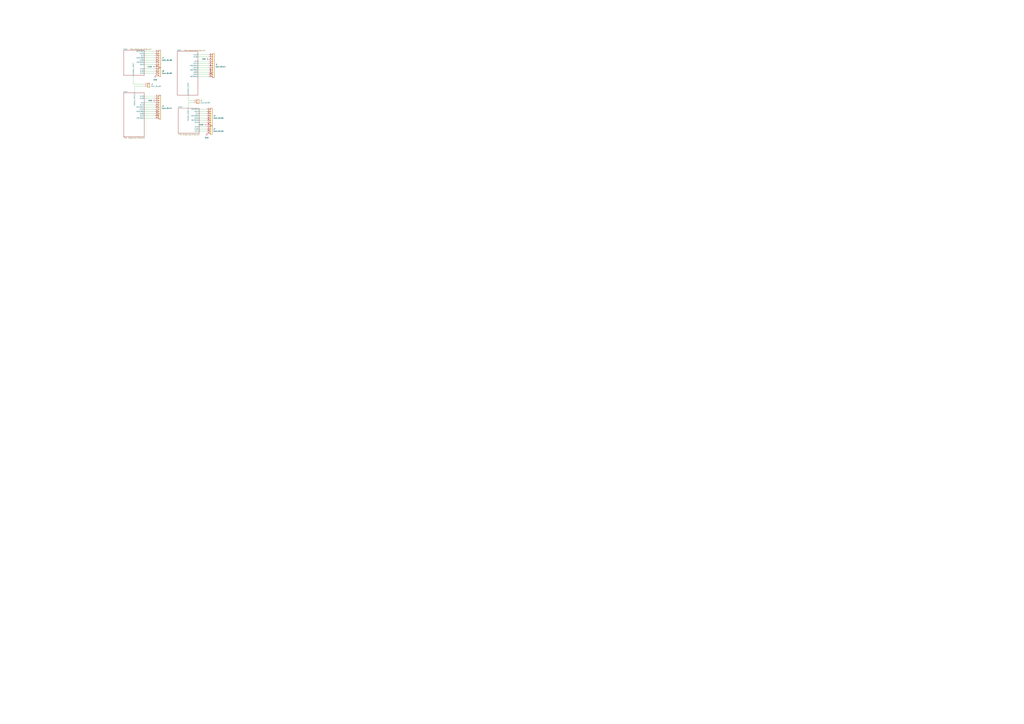
<source format=kicad_sch>
(kicad_sch (version 20250114) (generator "eeschema") (generator_version "9.0")
  (paper "A0")
  (lib_symbols
    (symbol "Conn_01x04_1" (pin_names (offset 1.016) (hide yes))
      (property "Reference" "J8" (at 2.54 0.0001 0))
      (property "Value" "Conn_01x03" (at 2.54 -2.5399 0))
      (symbol "Conn_01x04_1_1_1"
        (rectangle (start -1.27 3.81) (end 1.27 -6.35) (stroke (width 0.254)) (fill (type background)))
        (rectangle (start -1.27 2.667) (end 0 2.413) (stroke (width 0.1524)))
        (rectangle (start -1.27 0.127) (end 0 -0.127) (stroke (width 0.1524)))
        (rectangle (start -1.27 -2.413) (end 0 -2.667) (stroke (width 0.1524)))
        (rectangle (start -1.27 -4.953) (end 0 -5.207) (stroke (width 0.1524)))
        (pin passive line (at -5.08 2.54 0) (length 3.81) (name "Pin_1") (number "1"))
        (pin passive line (at -5.08 0 0) (length 3.81) (name "Pin_2") (number "2"))
        (pin passive line (at -5.08 -2.54 0) (length 3.81) (name "Pin_3") (number "3"))
        (pin power_out line (at -5.08 -5.08 0) (length 3.81) (name "Pin_4") (number "4"))
      )
    )
    (symbol "Conn_01x08_1" (pin_names (offset 1.016) (hide yes))
      (property "Reference" "J7" (at 2.54 0.0001 0))
      (property "Value" "Conn_01x06" (at 2.54 -2.5399 0))
      (symbol "Conn_01x08_1_1_1"
        (rectangle (start -1.27 8.89) (end 1.27 -11.43) (stroke (width 0.254)) (fill (type background)))
        (rectangle (start -1.27 7.747) (end 0 7.493) (stroke (width 0.1524)))
        (rectangle (start -1.27 5.207) (end 0 4.953) (stroke (width 0.1524)))
        (rectangle (start -1.27 2.667) (end 0 2.413) (stroke (width 0.1524)))
        (rectangle (start -1.27 0.127) (end 0 -0.127) (stroke (width 0.1524)))
        (rectangle (start -1.27 -2.413) (end 0 -2.667) (stroke (width 0.1524)))
        (rectangle (start -1.27 -4.953) (end 0 -5.207) (stroke (width 0.1524)))
        (rectangle (start -1.27 -7.493) (end 0 -7.747) (stroke (width 0.1524)))
        (rectangle (start -1.27 -10.033) (end 0 -10.287) (stroke (width 0.1524)))
        (pin passive line (at -5.08 7.62 0) (length 3.81) (name "Pin_1") (number "1"))
        (pin passive line (at -5.08 5.08 0) (length 3.81) (name "Pin_2") (number "2"))
        (pin power_out line (at -5.08 2.54 0) (length 3.81) (name "Pin_3") (number "3"))
        (pin passive line (at -5.08 0 0) (length 3.81) (name "Pin_4") (number "4"))
        (pin passive line (at -5.08 -2.54 0) (length 3.81) (name "Pin_5") (number "5"))
        (pin passive line (at -5.08 -5.08 0) (length 3.81) (name "Pin_6") (number "6"))
        (pin passive line (at -5.08 -7.62 0) (length 3.81) (name "Pin_7") (number "7"))
        (pin power_out line (at -5.08 -10.16 0) (length 3.81) (name "Pin_8") (number "8"))
      )
    )
    (symbol "Conn_01x11_1" (pin_names (offset 1.016) (hide yes))
      (property "Reference" "J1" (at 2.54 1.2701 0))
      (property "Value" "Conn_01x11" (at 2.54 -1.2699 0))
      (symbol "Conn_01x11_1_1_1"
        (rectangle (start -1.27 13.97) (end 1.27 -13.97) (stroke (width 0.254)) (fill (type background)))
        (rectangle (start -1.27 12.827) (end 0 12.573) (stroke (width 0.1524)))
        (rectangle (start -1.27 10.287) (end 0 10.033) (stroke (width 0.1524)))
        (rectangle (start -1.27 7.747) (end 0 7.493) (stroke (width 0.1524)))
        (rectangle (start -1.27 5.207) (end 0 4.953) (stroke (width 0.1524)))
        (rectangle (start -1.27 2.667) (end 0 2.413) (stroke (width 0.1524)))
        (rectangle (start -1.27 0.127) (end 0 -0.127) (stroke (width 0.1524)))
        (rectangle (start -1.27 -2.413) (end 0 -2.667) (stroke (width 0.1524)))
        (rectangle (start -1.27 -4.953) (end 0 -5.207) (stroke (width 0.1524)))
        (rectangle (start -1.27 -7.493) (end 0 -7.747) (stroke (width 0.1524)))
        (rectangle (start -1.27 -10.033) (end 0 -10.287) (stroke (width 0.1524)))
        (rectangle (start -1.27 -12.573) (end 0 -12.827) (stroke (width 0.1524)))
        (pin passive line (at -5.08 12.7 0) (length 3.81) (name "Pin_1") (number "1"))
        (pin passive line (at -5.08 10.16 0) (length 3.81) (name "Pin_2") (number "2"))
        (pin passive line (at -5.08 7.62 0) (length 3.81) (name "Pin_3") (number "3"))
        (pin power_out line (at -5.08 5.08 0) (length 3.81) (name "Pin_4") (number "4"))
        (pin passive line (at -5.08 2.54 0) (length 3.81) (name "Pin_5") (number "5"))
        (pin passive line (at -5.08 0 0) (length 3.81) (name "Pin_6") (number "6"))
        (pin passive line (at -5.08 -2.54 0) (length 3.81) (name "Pin_7") (number "7"))
        (pin passive line (at -5.08 -5.08 0) (length 3.81) (name "Pin_8") (number "8"))
        (pin passive line (at -5.08 -7.62 0) (length 3.81) (name "Pin_9") (number "9"))
        (pin passive line (at -5.08 -10.16 0) (length 3.81) (name "Pin_10") (number "10"))
        (pin passive line (at -5.08 -12.7 0) (length 3.81) (name "Pin_11") (number "11"))
      )
    )
    (symbol "Connector_Generic:Conn_01x02" (pin_names (offset 1.016) (hide yes))
      (property "Reference" "J" (at 0 2.54 0))
      (property "Value" "Conn_01x02" (at 0 -5.08 0))
      (symbol "Conn_01x02_1_1"
        (rectangle (start -1.27 1.27) (end 1.27 -3.81) (stroke (width 0.254)) (fill (type background)))
        (rectangle (start -1.27 0.127) (end 0 -0.127) (stroke (width 0.1524)))
        (rectangle (start -1.27 -2.413) (end 0 -2.667) (stroke (width 0.1524)))
        (pin passive line (at -5.08 0 0) (length 3.81) (name "Pin_1") (number "1"))
        (pin passive line (at -5.08 -2.54 0) (length 3.81) (name "Pin_2") (number "2"))
      )
    )
    (symbol "Connector_Generic:Conn_01x04" (pin_names (offset 1.016) (hide yes))
      (property "Reference" "J" (at 0 5.08 0))
      (property "Value" "Conn_01x04" (at 0 -7.62 0))
      (symbol "Conn_01x04_1_1"
        (rectangle (start -1.27 3.81) (end 1.27 -6.35) (stroke (width 0.254)) (fill (type background)))
        (rectangle (start -1.27 2.667) (end 0 2.413) (stroke (width 0.1524)))
        (rectangle (start -1.27 0.127) (end 0 -0.127) (stroke (width 0.1524)))
        (rectangle (start -1.27 -2.413) (end 0 -2.667) (stroke (width 0.1524)))
        (rectangle (start -1.27 -4.953) (end 0 -5.207) (stroke (width 0.1524)))
        (pin passive line (at -5.08 2.54 0) (length 3.81) (name "Pin_1") (number "1"))
        (pin passive line (at -5.08 0 0) (length 3.81) (name "Pin_2") (number "2"))
        (pin passive line (at -5.08 -2.54 0) (length 3.81) (name "Pin_3") (number "3"))
        (pin passive line (at -5.08 -5.08 0) (length 3.81) (name "Pin_4") (number "4"))
      )
    )
    (symbol "Connector_Generic:Conn_01x08" (pin_names (offset 1.016) (hide yes))
      (property "Reference" "J3" (at 2.54 0.0001 0))
      (property "Value" "Conn_01x06" (at 2.54 -2.5399 0))
      (symbol "Conn_01x08_1_1"
        (rectangle (start -1.27 8.89) (end 1.27 -11.43) (stroke (width 0.254)) (fill (type background)))
        (rectangle (start -1.27 7.747) (end 0 7.493) (stroke (width 0.1524)))
        (rectangle (start -1.27 5.207) (end 0 4.953) (stroke (width 0.1524)))
        (rectangle (start -1.27 2.667) (end 0 2.413) (stroke (width 0.1524)))
        (rectangle (start -1.27 0.127) (end 0 -0.127) (stroke (width 0.1524)))
        (rectangle (start -1.27 -2.413) (end 0 -2.667) (stroke (width 0.1524)))
        (rectangle (start -1.27 -4.953) (end 0 -5.207) (stroke (width 0.1524)))
        (rectangle (start -1.27 -7.493) (end 0 -7.747) (stroke (width 0.1524)))
        (rectangle (start -1.27 -10.033) (end 0 -10.287) (stroke (width 0.1524)))
        (pin passive line (at -5.08 7.62 0) (length 3.81) (name "Pin_1") (number "1"))
        (pin passive line (at -5.08 5.08 0) (length 3.81) (name "Pin_2") (number "2"))
        (pin power_out line (at -5.08 2.54 0) (length 3.81) (name "Pin_3") (number "3"))
        (pin passive line (at -5.08 0 0) (length 3.81) (name "Pin_4") (number "4"))
        (pin passive line (at -5.08 -2.54 0) (length 3.81) (name "Pin_5") (number "5"))
        (pin passive line (at -5.08 -5.08 0) (length 3.81) (name "Pin_6") (number "6"))
        (pin passive line (at -5.08 -7.62 0) (length 3.81) (name "Pin_7") (number "7"))
        (pin passive line (at -5.08 -10.16 0) (length 3.81) (name "Pin_8") (number "8"))
      )
    )
    (symbol "Connector_Generic:Conn_01x11" (pin_names (offset 1.016) (hide yes))
      (property "Reference" "J4" (at 2.54 1.2701 0))
      (property "Value" "Conn_01x11" (at 2.54 -1.2699 0))
      (symbol "Conn_01x11_1_1"
        (rectangle (start -1.27 13.97) (end 1.27 -13.97) (stroke (width 0.254)) (fill (type background)))
        (rectangle (start -1.27 12.827) (end 0 12.573) (stroke (width 0.1524)))
        (rectangle (start -1.27 10.287) (end 0 10.033) (stroke (width 0.1524)))
        (rectangle (start -1.27 7.747) (end 0 7.493) (stroke (width 0.1524)))
        (rectangle (start -1.27 5.207) (end 0 4.953) (stroke (width 0.1524)))
        (rectangle (start -1.27 2.667) (end 0 2.413) (stroke (width 0.1524)))
        (rectangle (start -1.27 0.127) (end 0 -0.127) (stroke (width 0.1524)))
        (rectangle (start -1.27 -2.413) (end 0 -2.667) (stroke (width 0.1524)))
        (rectangle (start -1.27 -4.953) (end 0 -5.207) (stroke (width 0.1524)))
        (rectangle (start -1.27 -7.493) (end 0 -7.747) (stroke (width 0.1524)))
        (rectangle (start -1.27 -10.033) (end 0 -10.287) (stroke (width 0.1524)))
        (rectangle (start -1.27 -12.573) (end 0 -12.827) (stroke (width 0.1524)))
        (pin passive line (at -5.08 12.7 0) (length 3.81) (name "Pin_1") (number "1"))
        (pin passive line (at -5.08 10.16 0) (length 3.81) (name "Pin_2") (number "2"))
        (pin passive line (at -5.08 7.62 0) (length 3.81) (name "Pin_3") (number "3"))
        (pin power_out line (at -5.08 5.08 0) (length 3.81) (name "Pin_4") (number "4"))
        (pin passive line (at -5.08 2.54 0) (length 3.81) (name "Pin_5") (number "5"))
        (pin passive line (at -5.08 0 0) (length 3.81) (name "Pin_6") (number "6"))
        (pin passive line (at -5.08 -2.54 0) (length 3.81) (name "Pin_7") (number "7"))
        (pin passive line (at -5.08 -5.08 0) (length 3.81) (name "Pin_8") (number "8"))
        (pin passive line (at -5.08 -7.62 0) (length 3.81) (name "Pin_9") (number "9"))
        (pin passive line (at -5.08 -10.16 0) (length 3.81) (name "Pin_10") (number "10"))
        (pin passive line (at -5.08 -12.7 0) (length 3.81) (name "Pin_11") (number "11"))
      )
    )
    (symbol "power:+3.3V" (power) (pin_numbers (hide yes)) (pin_names (offset 0) (hide yes))
      (property "Value" "+3.3V" (at 0 3.556 0))
      (symbol "+3.3V_0_1"
        (polyline (pts (xy -0.762 1.27) (xy 0 2.54)))
        (polyline (pts (xy 0 2.54) (xy 0.762 1.27)))
        (polyline (pts (xy 0 0) (xy 0 2.54)))
      )
      (symbol "+3.3V_1_1"
        (pin power_in line (at 0 0 90) (length 0) (name "~") (number "1"))
      )
    )
    (symbol "power:GND" (power) (pin_numbers (hide yes)) (pin_names (offset 0) (hide yes))
      (property "Value" "GND" (at 0 -3.81 0))
      (symbol "GND_0_1"
        (polyline (pts (xy 0 0) (xy 0 -1.27) (xy 1.27 -1.27) (xy 0 -2.54) (xy -1.27 -1.27) (xy 0 -1.27)))
      )
      (symbol "GND_1_1"
        (pin power_in line (at 0 0 270) (length 0) (name "~") (number "1"))
      )
    )
  )
  (wire (pts (xy 218.44 110.49) (xy 218.44 116.84)))
  (wire (pts (xy 218.44 119.38) (xy 218.44 125.73)))
  (wire (pts (xy 229.87 73.66) (xy 242.57 73.66)))
  (wire (pts (xy 231.14 137.16) (xy 240.03 137.16)))
  (wire (pts (xy 231.14 129.54) (xy 240.03 129.54)))
  (wire (pts (xy 167.64 121.92) (xy 180.34 121.92)))
  (wire (pts (xy 167.64 69.85) (xy 180.34 69.85)))
  (wire (pts (xy 167.64 74.93) (xy 180.34 74.93)))
  (wire (pts (xy 224.79 119.38) (xy 218.44 119.38)))
  (wire (pts (xy 167.64 82.55) (xy 180.34 82.55)))
  (wire (pts (xy 167.64 124.46) (xy 180.34 124.46)))
  (wire (pts (xy 167.64 137.16) (xy 180.34 137.16)))
  (wire (pts (xy 231.14 127) (xy 240.03 127)))
  (wire (pts (xy 218.44 116.84) (xy 224.79 116.84)))
  (wire (pts (xy 167.64 132.08) (xy 180.34 132.08)))
  (wire (pts (xy 167.64 59.69) (xy 180.34 59.69)))
  (wire (pts (xy 154.94 97.79) (xy 167.64 97.79)))
  (wire (pts (xy 167.64 85.09) (xy 180.34 85.09)))
  (wire (pts (xy 229.87 86.36) (xy 242.57 86.36)))
  (wire (pts (xy 167.64 111.76) (xy 180.34 111.76)))
  (wire (pts (xy 154.94 87.63) (xy 154.94 97.79)))
  (wire (pts (xy 231.14 134.62) (xy 240.03 134.62)))
  (wire (pts (xy 167.64 114.3) (xy 180.34 114.3)))
  (wire (pts (xy 231.14 147.32) (xy 240.03 147.32)))
  (wire (pts (xy 167.64 100.33) (xy 156.21 100.33)))
  (wire (pts (xy 229.87 83.82) (xy 242.57 83.82)))
  (wire (pts (xy 231.14 149.86) (xy 240.03 149.86)))
  (wire (pts (xy 229.87 81.28) (xy 242.57 81.28)))
  (wire (pts (xy 229.87 78.74) (xy 242.57 78.74)))
  (wire (pts (xy 229.87 76.2) (xy 242.57 76.2)))
  (wire (pts (xy 231.14 152.4) (xy 240.03 152.4)))
  (wire (pts (xy 231.14 142.24) (xy 240.03 142.24)))
  (wire (pts (xy 167.64 80.01) (xy 180.34 80.01)))
  (wire (pts (xy 167.64 134.62) (xy 180.34 134.62)))
  (wire (pts (xy 229.87 71.12) (xy 242.57 71.12)))
  (wire (pts (xy 167.64 119.38) (xy 180.34 119.38)))
  (wire (pts (xy 167.64 72.39) (xy 180.34 72.39)))
  (wire (pts (xy 229.87 66.04) (xy 242.57 66.04)))
  (wire (pts (xy 231.14 139.7) (xy 240.03 139.7)))
  (wire (pts (xy 167.64 129.54) (xy 180.34 129.54)))
  (wire (pts (xy 167.64 62.23) (xy 180.34 62.23)))
  (wire (pts (xy 231.14 132.08) (xy 240.03 132.08)))
  (wire (pts (xy 156.21 100.33) (xy 156.21 107.95)))
  (wire (pts (xy 167.64 64.77) (xy 180.34 64.77)))
  (wire (pts (xy 167.64 127) (xy 180.34 127)))
  (wire (pts (xy 229.87 63.5) (xy 242.57 63.5)))
  (wire (pts (xy 167.64 67.31) (xy 180.34 67.31)))
  (wire (pts (xy 229.87 88.9) (xy 242.57 88.9)))
  (symbol (lib_id "power:+3.3V") (at 180.34 77.47 90) (unit 1)
    (property "Reference" "#PWR028" (effects (hide yes)))
    (property "Value" "+3.3V" (at 176.53 77.4699 90) (effects (justify left)))
    (property "Description" "Power symbol creates a global label with name \"+3.3V\"" (effects (hide yes)))
  )
  (symbol (lib_id "Connector_Generic:Conn_01x02") (at 172.72 97.79 0) (unit 1)
    (property "Reference" "J6" (at 175.26 97.7899 0) (effects (justify left)))
    (property "Value" "Conn_01x02" (at 175.26 100.3299 0) (effects (justify left)))
    (property "Footprint" "Custom:Castellated2Pin127" (effects (hide yes)))
    (property "Description" "Generic connector, single row, 01x02, script generated (kicad-library-utils/schlib/autogen/connector/)" (effects (hide yes)))
  )
  (symbol (lib_id "Connector_Generic:Conn_01x02") (at 229.87 116.84 0) (unit 1)
    (property "Reference" "J5" (at 232.41 116.8399 0) (effects (justify left)))
    (property "Value" "Conn_01x02" (at 232.41 119.3799 0) (effects (justify left)))
    (property "Footprint" "Custom:Castellated2Pin127" (effects (hide yes)))
    (property "Description" "Generic connector, single row, 01x02, script generated (kicad-library-utils/schlib/autogen/connector/)" (effects (hide yes)))
  )
  (symbol (lib_id "power:GND") (at 242.57 68.58 270) (unit 1)
    (property "Reference" "#PWR033" (effects (hide yes)))
    (property "Value" "GND" (at 238.76 68.5799 90) (effects (justify right)))
    (property "Description" "Power symbol creates a global label with name \"GND\" , ground" (effects (hide yes)))
  )
  (symbol (lib_id "Connector_Generic:Conn_01x11") (at 185.42 124.46 0) (unit 1)
    (property "Reference" "J4" (at 187.96 123.1899 0) (effects (justify left)))
    (property "Value" "Conn_01x11" (at 187.96 125.7299 0) (effects (justify left)))
    (property "Footprint" "Custom:Castellated11Pin127" (effects (hide yes)))
    (property "Description" "Generic connector, single row, 01x11, script generated (kicad-library-utils/schlib/autogen/connector/)" (effects (hide yes)))
  )
  (symbol (lib_id "Connector_Generic:Conn_01x04") (at 245.11 149.86 0) (unit 1)
    (property "Reference" "J2" (at 247.65 149.8599 0) (effects (justify left)))
    (property "Value" "Conn_01x03" (at 247.65 152.3999 0) (effects (justify left)))
    (property "Footprint" "Custom:Castellated4Pin127" (effects (hide yes)))
    (property "Description" "Generic connector, single row, 01x04, script generated (kicad-library-utils/schlib/autogen/connector/)" (effects (hide yes)))
  )
  (symbol (lib_id "power:GND") (at 240.03 154.94 0) (unit 1)
    (property "Reference" "#PWR047" (effects (hide yes)))
    (property "Value" "GND" (at 240.03 160.02 0))
    (property "Description" "Power symbol creates a global label with name \"GND\" , ground" (effects (hide yes)))
  )
  (symbol (lib_name "Conn_01x04_1") (lib_id "Connector_Generic:Conn_01x04") (at 185.42 82.55 0) (unit 1)
    (property "Reference" "J8" (at 187.96 82.5499 0) (effects (justify left)))
    (property "Value" "Conn_01x03" (at 187.96 85.0899 0) (effects (justify left)))
    (property "Footprint" "Custom:Castellated4Pin127" (effects (hide yes)))
    (property "Description" "Generic connector, single row, 01x04, script generated (kicad-library-utils/schlib/autogen/connector/)" (effects (hide yes)))
  )
  (symbol (lib_id "power:GND") (at 180.34 87.63 0) (unit 1)
    (property "Reference" "#PWR031" (effects (hide yes)))
    (property "Value" "GND" (at 180.34 92.71 0))
    (property "Description" "Power symbol creates a global label with name \"GND\" , ground" (effects (hide yes)))
  )
  (symbol (lib_id "power:+3.3V") (at 240.03 144.78 90) (unit 1)
    (property "Reference" "#PWR049" (effects (hide yes)))
    (property "Value" "+3.3V" (at 236.22 144.7799 90) (effects (justify left)))
    (property "Description" "Power symbol creates a global label with name \"+3.3V\"" (effects (hide yes)))
  )
  (symbol (lib_name "Conn_01x11_1") (lib_id "Connector_Generic:Conn_01x11") (at 247.65 76.2 0) (unit 1)
    (property "Reference" "J1" (at 250.19 74.9299 0) (effects (justify left)))
    (property "Value" "Conn_01x11" (at 250.19 77.4699 0) (effects (justify left)))
    (property "Footprint" "Custom:Castellated11Pin127" (effects (hide yes)))
    (property "Description" "Generic connector, single row, 01x11, script generated (kicad-library-utils/schlib/autogen/connector/)" (effects (hide yes)))
  )
  (symbol (lib_id "Connector_Generic:Conn_01x08") (at 245.11 134.62 0) (unit 1)
    (property "Reference" "J3" (at 247.65 134.6199 0) (effects (justify left)))
    (property "Value" "Conn_01x06" (at 247.65 137.1599 0) (effects (justify left)))
    (property "Footprint" "Custom:Castellated8Pin127" (effects (hide yes)))
    (property "Description" "Generic connector, single row, 01x08, script generated (kicad-library-utils/schlib/autogen/connector/)" (effects (hide yes)))
  )
  (symbol (lib_name "Conn_01x08_1") (lib_id "Connector_Generic:Conn_01x08") (at 185.42 67.31 0) (unit 1)
    (property "Reference" "J7" (at 187.96 67.3099 0) (effects (justify left)))
    (property "Value" "Conn_01x06" (at 187.96 69.8499 0) (effects (justify left)))
    (property "Footprint" "Custom:Castellated8Pin127" (effects (hide yes)))
    (property "Description" "Generic connector, single row, 01x08, script generated (kicad-library-utils/schlib/autogen/connector/)" (effects (hide yes)))
  )
  (symbol (lib_id "power:GND") (at 180.34 116.84 270) (unit 1)
    (property "Reference" "#PWR063" (effects (hide yes)))
    (property "Value" "GND" (at 176.53 116.8399 90) (effects (justify right)))
    (property "Description" "Power symbol creates a global label with name \"GND\" , ground" (effects (hide yes)))
  )
  (sheet (at 205.74 59.69) (size 24.13 50.8) (stroke (width 0.1524))
    (property "Sheetname" "Esc2" (at 205.74 58.9784 0) (effects (justify left bottom)))
    (property "Sheetfile" "single_esc.kicad_sch" (at 213.614 57.912 0) (effects (justify left top)))
    (pin "SIGNAL_INPUT" input (at 218.44 110.49 270))
    (pin "MOTORA" output (at 229.87 88.9 0))
    (pin "MOTORC" output (at 229.87 76.2 0))
    (pin "GHC" output (at 229.87 78.74 0))
    (pin "GHA" output (at 229.87 86.36 0))
    (pin "GLC" output (at 229.87 73.66 0))
    (pin "MOTORB" output (at 229.87 81.28 0))
    (pin "GHB" output (at 229.87 83.82 0))
    (pin "GLB" output (at 229.87 66.04 0))
    (pin "GLA" output (at 229.87 63.5 0))
    (pin "5V" input (at 229.87 71.12 0))
  )
  (sheet (at 143.51 58.42) (size 24.13 29.21) (stroke (width 0.1524))
    (property "Sheetname" "Esc1" (at 143.51 57.7084 0) (effects (justify left bottom)))
    (property "Sheetfile" "single_esc.kicad_sch" (at 150.876 56.388 0) (effects (justify left top)))
    (pin "SIGNAL_INPUT" input (at 154.94 87.63 270))
    (pin "MOTORA" output (at 167.64 72.39 0))
    (pin "MOTORC" output (at 167.64 59.69 0))
    (pin "GHC" output (at 167.64 62.23 0))
    (pin "GHA" output (at 167.64 74.93 0))
    (pin "GLC" output (at 167.64 85.09 0))
    (pin "MOTORB" output (at 167.64 67.31 0))
    (pin "GHB" output (at 167.64 69.85 0))
    (pin "GLB" output (at 167.64 82.55 0))
    (pin "GLA" output (at 167.64 80.01 0))
    (pin "5V" input (at 167.64 64.77 0))
  )
  (sheet (at 207.01 125.73) (size 24.13 29.21) (stroke (width 0.1524))
    (property "Sheetname" "Esc3" (at 207.01 125.0184 0) (effects (justify left bottom)))
    (property "Sheetfile" "single_esc.kicad_sch" (at 207.01 155.5246 0) (effects (justify left top)))
    (pin "SIGNAL_INPUT" input (at 218.44 125.73 90))
    (pin "MOTORA" output (at 231.14 139.7 0))
    (pin "MOTORC" output (at 231.14 127 0))
    (pin "GHC" output (at 231.14 129.54 0))
    (pin "GHA" output (at 231.14 142.24 0))
    (pin "GLC" output (at 231.14 152.4 0))
    (pin "MOTORB" output (at 231.14 134.62 0))
    (pin "GHB" output (at 231.14 137.16 0))
    (pin "GLB" output (at 231.14 149.86 0))
    (pin "GLA" output (at 231.14 147.32 0))
    (pin "5V" input (at 231.14 132.08 0))
  )
  (sheet (at 143.51 107.95) (size 24.13 50.8) (stroke (width 0.1524))
    (property "Sheetname" "Esc4" (at 143.51 107.2384 0) (effects (justify left bottom)))
    (property "Sheetfile" "single_esc.kicad_sch" (at 143.51 159.3346 0) (effects (justify left top)))
    (pin "SIGNAL_INPUT" input (at 156.21 107.95 90))
    (pin "MOTORA" output (at 167.64 137.16 0))
    (pin "MOTORC" output (at 167.64 124.46 0))
    (pin "GHC" output (at 167.64 127 0))
    (pin "GHA" output (at 167.64 134.62 0))
    (pin "GLC" output (at 167.64 121.92 0))
    (pin "MOTORB" output (at 167.64 129.54 0))
    (pin "GHB" output (at 167.64 132.08 0))
    (pin "GLB" output (at 167.64 114.3 0))
    (pin "GLA" output (at 167.64 111.76 0))
    (pin "5V" input (at 167.64 119.38 0))
  )
)
</source>
